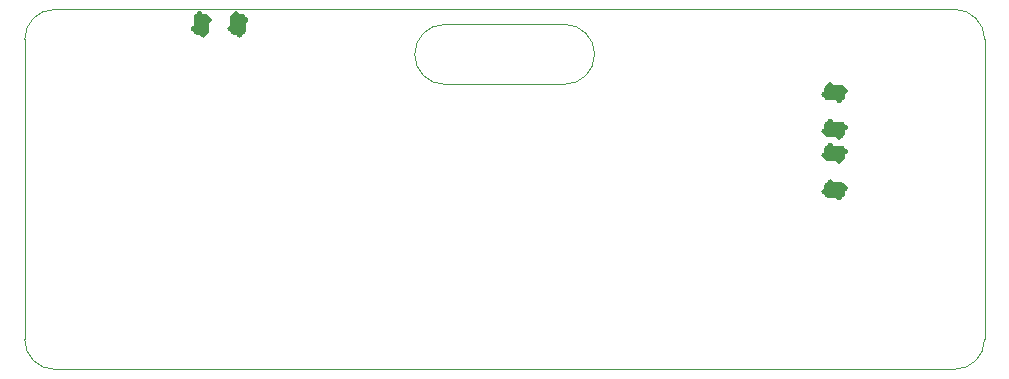
<source format=gbr>
From 54c117b6e8d65e9955a93de95a62e0f9ede7935c Mon Sep 17 00:00:00 2001
From: Blaise Thompson <blaise@untzag.com>
Date: Sun, 24 Jan 2021 22:27:03 -0600
Subject: digital driver prototype

---
 digital-driver/gerber/driver-B_Paste.gbr | 221 +++++++++++++++++++++++++++++++
 1 file changed, 221 insertions(+)
 create mode 100644 digital-driver/gerber/driver-B_Paste.gbr

(limited to 'digital-driver/gerber/driver-B_Paste.gbr')

diff --git a/digital-driver/gerber/driver-B_Paste.gbr b/digital-driver/gerber/driver-B_Paste.gbr
new file mode 100644
index 0000000..f19f497
--- /dev/null
+++ b/digital-driver/gerber/driver-B_Paste.gbr
@@ -0,0 +1,221 @@
+%TF.GenerationSoftware,KiCad,Pcbnew,5.1.9+dfsg1-1*%
+%TF.CreationDate,2021-01-24T22:19:11-06:00*%
+%TF.ProjectId,driver,64726976-6572-42e6-9b69-6361645f7063,1.0.0*%
+%TF.SameCoordinates,Original*%
+%TF.FileFunction,Paste,Bot*%
+%TF.FilePolarity,Positive*%
+%FSLAX46Y46*%
+G04 Gerber Fmt 4.6, Leading zero omitted, Abs format (unit mm)*
+G04 Created by KiCad (PCBNEW 5.1.9+dfsg1-1) date 2021-01-24 22:19:11*
+%MOMM*%
+%LPD*%
+G01*
+G04 APERTURE LIST*
+%TA.AperFunction,Profile*%
+%ADD10C,0.100000*%
+%TD*%
+G04 APERTURE END LIST*
+D10*
+X121920000Y-85090000D02*
+G75*
+G02*
+X119380000Y-82550000I0J2540000D01*
+G01*
+X165100000Y-78740000D02*
+X88900000Y-78740000D01*
+X119380000Y-82550000D02*
+G75*
+G02*
+X121920000Y-80010000I2540000J0D01*
+G01*
+X132080000Y-80010000D02*
+G75*
+G02*
+X134620000Y-82550000I0J-2540000D01*
+G01*
+X134620000Y-82550000D02*
+G75*
+G02*
+X132080000Y-85090000I-2540000J0D01*
+G01*
+X132080000Y-80010000D02*
+X121920000Y-80010000D01*
+X132080000Y-85090000D02*
+X121920000Y-85090000D01*
+X165100000Y-109220000D02*
+X88900000Y-109220000D01*
+X86360000Y-81280000D02*
+X86360000Y-106680000D01*
+X167640000Y-106680000D02*
+X167640000Y-81280000D01*
+X86360000Y-81280000D02*
+G75*
+G02*
+X88900000Y-78740000I2540000J0D01*
+G01*
+X88900000Y-109220000D02*
+G75*
+G02*
+X86360000Y-106680000I0J2540000D01*
+G01*
+X167640000Y-106680000D02*
+G75*
+G02*
+X165100000Y-109220000I-2540000J0D01*
+G01*
+X165100000Y-78740000D02*
+G75*
+G02*
+X167640000Y-81280000I0J-2540000D01*
+G01*
+%TO.C,R4*%
+G36*
+G01*
+X155565000Y-91582000D02*
+X154315000Y-91582000D01*
+G75*
+G02*
+X154065000Y-91332000I0J250000D01*
+G01*
+X154065000Y-90532000D01*
+G75*
+G02*
+X154315000Y-90282000I250000J0D01*
+G01*
+X155565000Y-90282000D01*
+G75*
+G02*
+X155815000Y-90532000I0J-250000D01*
+G01*
+X155815000Y-91332000D01*
+G75*
+G02*
+X155565000Y-91582000I-250000J0D01*
+G01*
+G37*
+G36*
+G01*
+X155565000Y-94682000D02*
+X154315000Y-94682000D01*
+G75*
+G02*
+X154065000Y-94432000I0J250000D01*
+G01*
+X154065000Y-93632000D01*
+G75*
+G02*
+X154315000Y-93382000I250000J0D01*
+G01*
+X155565000Y-93382000D01*
+G75*
+G02*
+X155815000Y-93632000I0J-250000D01*
+G01*
+X155815000Y-94432000D01*
+G75*
+G02*
+X155565000Y-94682000I-250000J0D01*
+G01*
+G37*
+%TD*%
+%TO.C,R3*%
+G36*
+G01*
+X101970000Y-79385000D02*
+X101970000Y-80635000D01*
+G75*
+G02*
+X101720000Y-80885000I-250000J0D01*
+G01*
+X100920000Y-80885000D01*
+G75*
+G02*
+X100670000Y-80635000I0J250000D01*
+G01*
+X100670000Y-79385000D01*
+G75*
+G02*
+X100920000Y-79135000I250000J0D01*
+G01*
+X101720000Y-79135000D01*
+G75*
+G02*
+X101970000Y-79385000I0J-250000D01*
+G01*
+G37*
+G36*
+G01*
+X105070000Y-79385000D02*
+X105070000Y-80635000D01*
+G75*
+G02*
+X104820000Y-80885000I-250000J0D01*
+G01*
+X104020000Y-80885000D01*
+G75*
+G02*
+X103770000Y-80635000I0J250000D01*
+G01*
+X103770000Y-79385000D01*
+G75*
+G02*
+X104020000Y-79135000I250000J0D01*
+G01*
+X104820000Y-79135000D01*
+G75*
+G02*
+X105070000Y-79385000I0J-250000D01*
+G01*
+G37*
+%TD*%
+%TO.C,R1*%
+G36*
+G01*
+X155565000Y-86450000D02*
+X154315000Y-86450000D01*
+G75*
+G02*
+X154065000Y-86200000I0J250000D01*
+G01*
+X154065000Y-85400000D01*
+G75*
+G02*
+X154315000Y-85150000I250000J0D01*
+G01*
+X155565000Y-85150000D01*
+G75*
+G02*
+X155815000Y-85400000I0J-250000D01*
+G01*
+X155815000Y-86200000D01*
+G75*
+G02*
+X155565000Y-86450000I-250000J0D01*
+G01*
+G37*
+G36*
+G01*
+X155565000Y-89550000D02*
+X154315000Y-89550000D01*
+G75*
+G02*
+X154065000Y-89300000I0J250000D01*
+G01*
+X154065000Y-88500000D01*
+G75*
+G02*
+X154315000Y-88250000I250000J0D01*
+G01*
+X155565000Y-88250000D01*
+G75*
+G02*
+X155815000Y-88500000I0J-250000D01*
+G01*
+X155815000Y-89300000D01*
+G75*
+G02*
+X155565000Y-89550000I-250000J0D01*
+G01*
+G37*
+%TD*%
+M02*
-- 
cgit v1.2.3


From 9d678fbace2e4931e39ab5b95b2ec7493a18f549 Mon Sep 17 00:00:00 2001
From: Blaise Thompson <blaise@untzag.com>
Date: Mon, 25 Jan 2021 12:15:05 -0600
Subject: digital-driver readme

---
 digital-driver/gerber/driver-B_Paste.gbr | 114 +++++++++++++++----------------
 1 file changed, 57 insertions(+), 57 deletions(-)

(limited to 'digital-driver/gerber/driver-B_Paste.gbr')

diff --git a/digital-driver/gerber/driver-B_Paste.gbr b/digital-driver/gerber/driver-B_Paste.gbr
index f19f497..5b2b919 100644
--- a/digital-driver/gerber/driver-B_Paste.gbr
+++ b/digital-driver/gerber/driver-B_Paste.gbr
@@ -1,12 +1,12 @@
-%TF.GenerationSoftware,KiCad,Pcbnew,5.1.9+dfsg1-1*%
-%TF.CreationDate,2021-01-24T22:19:11-06:00*%
+%TF.GenerationSoftware,KiCad,Pcbnew,5.1.8+dfsg1-1+b1*%
+%TF.CreationDate,2021-01-25T11:41:01-06:00*%
 %TF.ProjectId,driver,64726976-6572-42e6-9b69-6361645f7063,1.0.0*%
 %TF.SameCoordinates,Original*%
 %TF.FileFunction,Paste,Bot*%
 %TF.FilePolarity,Positive*%
 %FSLAX46Y46*%
 G04 Gerber Fmt 4.6, Leading zero omitted, Abs format (unit mm)*
-G04 Created by KiCad (PCBNEW 5.1.9+dfsg1-1) date 2021-01-24 22:19:11*
+G04 Created by KiCad (PCBNEW 5.1.8+dfsg1-1+b1) date 2021-01-25 11:41:01*
 %MOMM*%
 %LPD*%
 G01*
@@ -71,150 +71,150 @@ G01*
 %TO.C,R4*%
 G36*
 G01*
-X155565000Y-91582000D02*
-X154315000Y-91582000D01*
+X155565001Y-91582000D02*
+X154314999Y-91582000D01*
 G75*
 G02*
-X154065000Y-91332000I0J250000D01*
+X154065000Y-91332001I0J249999D01*
 G01*
-X154065000Y-90532000D01*
+X154065000Y-90531999D01*
 G75*
 G02*
-X154315000Y-90282000I250000J0D01*
+X154314999Y-90282000I249999J0D01*
 G01*
-X155565000Y-90282000D01*
+X155565001Y-90282000D01*
 G75*
 G02*
-X155815000Y-90532000I0J-250000D01*
+X155815000Y-90531999I0J-249999D01*
 G01*
-X155815000Y-91332000D01*
+X155815000Y-91332001D01*
 G75*
 G02*
-X155565000Y-91582000I-250000J0D01*
+X155565001Y-91582000I-249999J0D01*
 G01*
 G37*
 G36*
 G01*
-X155565000Y-94682000D02*
-X154315000Y-94682000D01*
+X155565001Y-94682000D02*
+X154314999Y-94682000D01*
 G75*
 G02*
-X154065000Y-94432000I0J250000D01*
+X154065000Y-94432001I0J249999D01*
 G01*
-X154065000Y-93632000D01*
+X154065000Y-93631999D01*
 G75*
 G02*
-X154315000Y-93382000I250000J0D01*
+X154314999Y-93382000I249999J0D01*
 G01*
-X155565000Y-93382000D01*
+X155565001Y-93382000D01*
 G75*
 G02*
-X155815000Y-93632000I0J-250000D01*
+X155815000Y-93631999I0J-249999D01*
 G01*
-X155815000Y-94432000D01*
+X155815000Y-94432001D01*
 G75*
 G02*
-X155565000Y-94682000I-250000J0D01*
+X155565001Y-94682000I-249999J0D01*
 G01*
 G37*
 %TD*%
 %TO.C,R3*%
 G36*
 G01*
-X101970000Y-79385000D02*
-X101970000Y-80635000D01*
+X101970000Y-79384999D02*
+X101970000Y-80635001D01*
 G75*
 G02*
-X101720000Y-80885000I-250000J0D01*
+X101720001Y-80885000I-249999J0D01*
 G01*
-X100920000Y-80885000D01*
+X100919999Y-80885000D01*
 G75*
 G02*
-X100670000Y-80635000I0J250000D01*
+X100670000Y-80635001I0J249999D01*
 G01*
-X100670000Y-79385000D01*
+X100670000Y-79384999D01*
 G75*
 G02*
-X100920000Y-79135000I250000J0D01*
+X100919999Y-79135000I249999J0D01*
 G01*
-X101720000Y-79135000D01*
+X101720001Y-79135000D01*
 G75*
 G02*
-X101970000Y-79385000I0J-250000D01*
+X101970000Y-79384999I0J-249999D01*
 G01*
 G37*
 G36*
 G01*
-X105070000Y-79385000D02*
-X105070000Y-80635000D01*
+X105070000Y-79384999D02*
+X105070000Y-80635001D01*
 G75*
 G02*
-X104820000Y-80885000I-250000J0D01*
+X104820001Y-80885000I-249999J0D01*
 G01*
-X104020000Y-80885000D01*
+X104019999Y-80885000D01*
 G75*
 G02*
-X103770000Y-80635000I0J250000D01*
+X103770000Y-80635001I0J249999D01*
 G01*
-X103770000Y-79385000D01*
+X103770000Y-79384999D01*
 G75*
 G02*
-X104020000Y-79135000I250000J0D01*
+X104019999Y-79135000I249999J0D01*
 G01*
-X104820000Y-79135000D01*
+X104820001Y-79135000D01*
 G75*
 G02*
-X105070000Y-79385000I0J-250000D01*
+X105070000Y-79384999I0J-249999D01*
 G01*
 G37*
 %TD*%
 %TO.C,R1*%
 G36*
 G01*
-X155565000Y-86450000D02*
-X154315000Y-86450000D01*
+X155565001Y-86450000D02*
+X154314999Y-86450000D01*
 G75*
 G02*
-X154065000Y-86200000I0J250000D01*
+X154065000Y-86200001I0J249999D01*
 G01*
-X154065000Y-85400000D01*
+X154065000Y-85399999D01*
 G75*
 G02*
-X154315000Y-85150000I250000J0D01*
+X154314999Y-85150000I249999J0D01*
 G01*
-X155565000Y-85150000D01*
+X155565001Y-85150000D01*
 G75*
 G02*
-X155815000Y-85400000I0J-250000D01*
+X155815000Y-85399999I0J-249999D01*
 G01*
-X155815000Y-86200000D01*
+X155815000Y-86200001D01*
 G75*
 G02*
-X155565000Y-86450000I-250000J0D01*
+X155565001Y-86450000I-249999J0D01*
 G01*
 G37*
 G36*
 G01*
-X155565000Y-89550000D02*
-X154315000Y-89550000D01*
+X155565001Y-89550000D02*
+X154314999Y-89550000D01*
 G75*
 G02*
-X154065000Y-89300000I0J250000D01*
+X154065000Y-89300001I0J249999D01*
 G01*
-X154065000Y-88500000D01*
+X154065000Y-88499999D01*
 G75*
 G02*
-X154315000Y-88250000I250000J0D01*
+X154314999Y-88250000I249999J0D01*
 G01*
-X155565000Y-88250000D01*
+X155565001Y-88250000D01*
 G75*
 G02*
-X155815000Y-88500000I0J-250000D01*
+X155815000Y-88499999I0J-249999D01*
 G01*
-X155815000Y-89300000D01*
+X155815000Y-89300001D01*
 G75*
 G02*
-X155565000Y-89550000I-250000J0D01*
+X155565001Y-89550000I-249999J0D01*
 G01*
 G37*
 %TD*%
-- 
cgit v1.2.3


</source>
